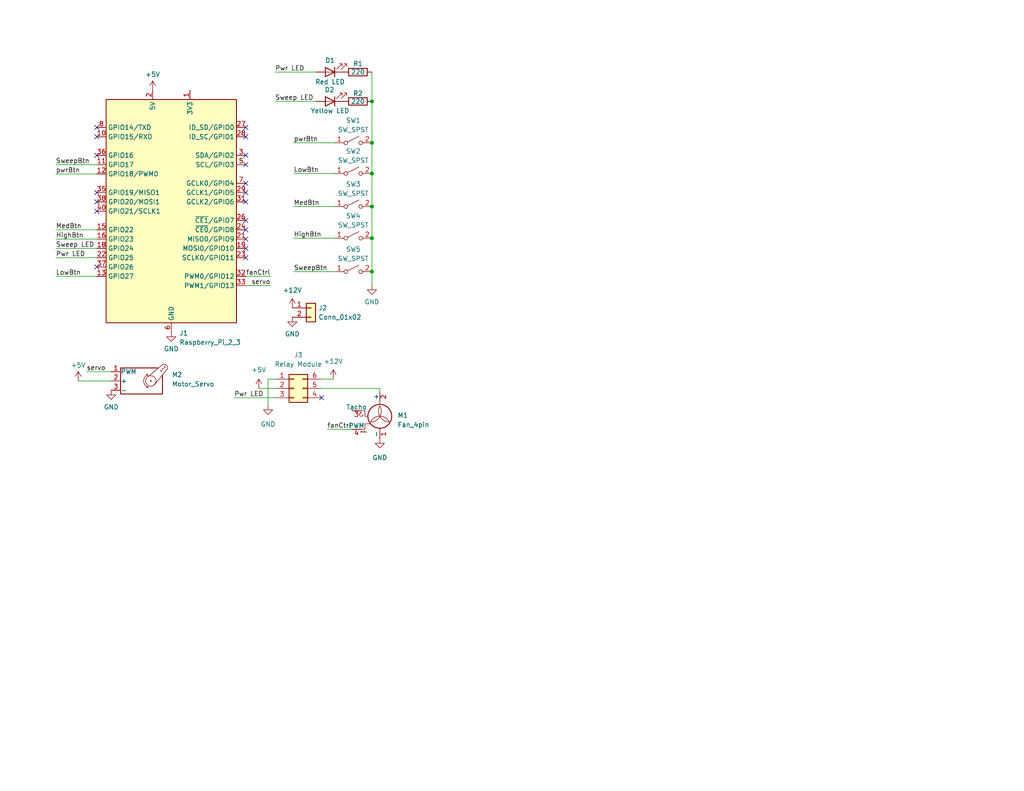
<source format=kicad_sch>
(kicad_sch (version 20230121) (generator eeschema)

  (uuid 05cf2729-d2d9-4b38-a5ad-12c8881494d0)

  (paper "USLetter")

  (title_block
    (date "2025-05-02")
  )

  (lib_symbols
    (symbol "Connector:Raspberry_Pi_2_3" (in_bom yes) (on_board yes)
      (property "Reference" "J" (at -17.78 31.75 0)
        (effects (font (size 1.27 1.27)) (justify left bottom))
      )
      (property "Value" "Raspberry_Pi_2_3" (at 10.16 -31.75 0)
        (effects (font (size 1.27 1.27)) (justify left top))
      )
      (property "Footprint" "" (at 0 0 0)
        (effects (font (size 1.27 1.27)) hide)
      )
      (property "Datasheet" "https://www.raspberrypi.org/documentation/hardware/raspberrypi/schematics/rpi_SCH_3bplus_1p0_reduced.pdf" (at 60.96 -44.45 0)
        (effects (font (size 1.27 1.27)) hide)
      )
      (property "ki_keywords" "raspberrypi gpio" (at 0 0 0)
        (effects (font (size 1.27 1.27)) hide)
      )
      (property "ki_description" "expansion header for Raspberry Pi 2 & 3" (at 0 0 0)
        (effects (font (size 1.27 1.27)) hide)
      )
      (property "ki_fp_filters" "PinHeader*2x20*P2.54mm*Vertical* PinSocket*2x20*P2.54mm*Vertical*" (at 0 0 0)
        (effects (font (size 1.27 1.27)) hide)
      )
      (symbol "Raspberry_Pi_2_3_0_1"
        (rectangle (start -17.78 30.48) (end 17.78 -30.48)
          (stroke (width 0.254) (type default))
          (fill (type background))
        )
      )
      (symbol "Raspberry_Pi_2_3_1_1"
        (pin power_in line (at 5.08 33.02 270) (length 2.54)
          (name "3V3" (effects (font (size 1.27 1.27))))
          (number "1" (effects (font (size 1.27 1.27))))
        )
        (pin bidirectional line (at -20.32 20.32 0) (length 2.54)
          (name "GPIO15/RXD" (effects (font (size 1.27 1.27))))
          (number "10" (effects (font (size 1.27 1.27))))
        )
        (pin bidirectional line (at -20.32 12.7 0) (length 2.54)
          (name "GPIO17" (effects (font (size 1.27 1.27))))
          (number "11" (effects (font (size 1.27 1.27))))
        )
        (pin bidirectional line (at -20.32 10.16 0) (length 2.54)
          (name "GPIO18/PWM0" (effects (font (size 1.27 1.27))))
          (number "12" (effects (font (size 1.27 1.27))))
        )
        (pin bidirectional line (at -20.32 -17.78 0) (length 2.54)
          (name "GPIO27" (effects (font (size 1.27 1.27))))
          (number "13" (effects (font (size 1.27 1.27))))
        )
        (pin passive line (at 0 -33.02 90) (length 2.54) hide
          (name "GND" (effects (font (size 1.27 1.27))))
          (number "14" (effects (font (size 1.27 1.27))))
        )
        (pin bidirectional line (at -20.32 -5.08 0) (length 2.54)
          (name "GPIO22" (effects (font (size 1.27 1.27))))
          (number "15" (effects (font (size 1.27 1.27))))
        )
        (pin bidirectional line (at -20.32 -7.62 0) (length 2.54)
          (name "GPIO23" (effects (font (size 1.27 1.27))))
          (number "16" (effects (font (size 1.27 1.27))))
        )
        (pin passive line (at 5.08 33.02 270) (length 2.54) hide
          (name "3V3" (effects (font (size 1.27 1.27))))
          (number "17" (effects (font (size 1.27 1.27))))
        )
        (pin bidirectional line (at -20.32 -10.16 0) (length 2.54)
          (name "GPIO24" (effects (font (size 1.27 1.27))))
          (number "18" (effects (font (size 1.27 1.27))))
        )
        (pin bidirectional line (at 20.32 -10.16 180) (length 2.54)
          (name "MOSI0/GPIO10" (effects (font (size 1.27 1.27))))
          (number "19" (effects (font (size 1.27 1.27))))
        )
        (pin power_in line (at -5.08 33.02 270) (length 2.54)
          (name "5V" (effects (font (size 1.27 1.27))))
          (number "2" (effects (font (size 1.27 1.27))))
        )
        (pin passive line (at 0 -33.02 90) (length 2.54) hide
          (name "GND" (effects (font (size 1.27 1.27))))
          (number "20" (effects (font (size 1.27 1.27))))
        )
        (pin bidirectional line (at 20.32 -7.62 180) (length 2.54)
          (name "MISO0/GPIO9" (effects (font (size 1.27 1.27))))
          (number "21" (effects (font (size 1.27 1.27))))
        )
        (pin bidirectional line (at -20.32 -12.7 0) (length 2.54)
          (name "GPIO25" (effects (font (size 1.27 1.27))))
          (number "22" (effects (font (size 1.27 1.27))))
        )
        (pin bidirectional line (at 20.32 -12.7 180) (length 2.54)
          (name "SCLK0/GPIO11" (effects (font (size 1.27 1.27))))
          (number "23" (effects (font (size 1.27 1.27))))
        )
        (pin bidirectional line (at 20.32 -5.08 180) (length 2.54)
          (name "~{CE0}/GPIO8" (effects (font (size 1.27 1.27))))
          (number "24" (effects (font (size 1.27 1.27))))
        )
        (pin passive line (at 0 -33.02 90) (length 2.54) hide
          (name "GND" (effects (font (size 1.27 1.27))))
          (number "25" (effects (font (size 1.27 1.27))))
        )
        (pin bidirectional line (at 20.32 -2.54 180) (length 2.54)
          (name "~{CE1}/GPIO7" (effects (font (size 1.27 1.27))))
          (number "26" (effects (font (size 1.27 1.27))))
        )
        (pin bidirectional line (at 20.32 22.86 180) (length 2.54)
          (name "ID_SD/GPIO0" (effects (font (size 1.27 1.27))))
          (number "27" (effects (font (size 1.27 1.27))))
        )
        (pin bidirectional line (at 20.32 20.32 180) (length 2.54)
          (name "ID_SC/GPIO1" (effects (font (size 1.27 1.27))))
          (number "28" (effects (font (size 1.27 1.27))))
        )
        (pin bidirectional line (at 20.32 5.08 180) (length 2.54)
          (name "GCLK1/GPIO5" (effects (font (size 1.27 1.27))))
          (number "29" (effects (font (size 1.27 1.27))))
        )
        (pin bidirectional line (at 20.32 15.24 180) (length 2.54)
          (name "SDA/GPIO2" (effects (font (size 1.27 1.27))))
          (number "3" (effects (font (size 1.27 1.27))))
        )
        (pin passive line (at 0 -33.02 90) (length 2.54) hide
          (name "GND" (effects (font (size 1.27 1.27))))
          (number "30" (effects (font (size 1.27 1.27))))
        )
        (pin bidirectional line (at 20.32 2.54 180) (length 2.54)
          (name "GCLK2/GPIO6" (effects (font (size 1.27 1.27))))
          (number "31" (effects (font (size 1.27 1.27))))
        )
        (pin bidirectional line (at 20.32 -17.78 180) (length 2.54)
          (name "PWM0/GPIO12" (effects (font (size 1.27 1.27))))
          (number "32" (effects (font (size 1.27 1.27))))
        )
        (pin bidirectional line (at 20.32 -20.32 180) (length 2.54)
          (name "PWM1/GPIO13" (effects (font (size 1.27 1.27))))
          (number "33" (effects (font (size 1.27 1.27))))
        )
        (pin passive line (at 0 -33.02 90) (length 2.54) hide
          (name "GND" (effects (font (size 1.27 1.27))))
          (number "34" (effects (font (size 1.27 1.27))))
        )
        (pin bidirectional line (at -20.32 5.08 0) (length 2.54)
          (name "GPIO19/MISO1" (effects (font (size 1.27 1.27))))
          (number "35" (effects (font (size 1.27 1.27))))
        )
        (pin bidirectional line (at -20.32 15.24 0) (length 2.54)
          (name "GPIO16" (effects (font (size 1.27 1.27))))
          (number "36" (effects (font (size 1.27 1.27))))
        )
        (pin bidirectional line (at -20.32 -15.24 0) (length 2.54)
          (name "GPIO26" (effects (font (size 1.27 1.27))))
          (number "37" (effects (font (size 1.27 1.27))))
        )
        (pin bidirectional line (at -20.32 2.54 0) (length 2.54)
          (name "GPIO20/MOSI1" (effects (font (size 1.27 1.27))))
          (number "38" (effects (font (size 1.27 1.27))))
        )
        (pin passive line (at 0 -33.02 90) (length 2.54) hide
          (name "GND" (effects (font (size 1.27 1.27))))
          (number "39" (effects (font (size 1.27 1.27))))
        )
        (pin passive line (at -5.08 33.02 270) (length 2.54) hide
          (name "5V" (effects (font (size 1.27 1.27))))
          (number "4" (effects (font (size 1.27 1.27))))
        )
        (pin bidirectional line (at -20.32 0 0) (length 2.54)
          (name "GPIO21/SCLK1" (effects (font (size 1.27 1.27))))
          (number "40" (effects (font (size 1.27 1.27))))
        )
        (pin bidirectional line (at 20.32 12.7 180) (length 2.54)
          (name "SCL/GPIO3" (effects (font (size 1.27 1.27))))
          (number "5" (effects (font (size 1.27 1.27))))
        )
        (pin power_in line (at 0 -33.02 90) (length 2.54)
          (name "GND" (effects (font (size 1.27 1.27))))
          (number "6" (effects (font (size 1.27 1.27))))
        )
        (pin bidirectional line (at 20.32 7.62 180) (length 2.54)
          (name "GCLK0/GPIO4" (effects (font (size 1.27 1.27))))
          (number "7" (effects (font (size 1.27 1.27))))
        )
        (pin bidirectional line (at -20.32 22.86 0) (length 2.54)
          (name "GPIO14/TXD" (effects (font (size 1.27 1.27))))
          (number "8" (effects (font (size 1.27 1.27))))
        )
        (pin passive line (at 0 -33.02 90) (length 2.54) hide
          (name "GND" (effects (font (size 1.27 1.27))))
          (number "9" (effects (font (size 1.27 1.27))))
        )
      )
    )
    (symbol "Connector_Generic:Conn_01x02" (pin_names (offset 1.016) hide) (in_bom yes) (on_board yes)
      (property "Reference" "J" (at 0 2.54 0)
        (effects (font (size 1.27 1.27)))
      )
      (property "Value" "Conn_01x02" (at 0 -5.08 0)
        (effects (font (size 1.27 1.27)))
      )
      (property "Footprint" "" (at 0 0 0)
        (effects (font (size 1.27 1.27)) hide)
      )
      (property "Datasheet" "~" (at 0 0 0)
        (effects (font (size 1.27 1.27)) hide)
      )
      (property "ki_keywords" "connector" (at 0 0 0)
        (effects (font (size 1.27 1.27)) hide)
      )
      (property "ki_description" "Generic connector, single row, 01x02, script generated (kicad-library-utils/schlib/autogen/connector/)" (at 0 0 0)
        (effects (font (size 1.27 1.27)) hide)
      )
      (property "ki_fp_filters" "Connector*:*_1x??_*" (at 0 0 0)
        (effects (font (size 1.27 1.27)) hide)
      )
      (symbol "Conn_01x02_1_1"
        (rectangle (start -1.27 -2.413) (end 0 -2.667)
          (stroke (width 0.1524) (type default))
          (fill (type none))
        )
        (rectangle (start -1.27 0.127) (end 0 -0.127)
          (stroke (width 0.1524) (type default))
          (fill (type none))
        )
        (rectangle (start -1.27 1.27) (end 1.27 -3.81)
          (stroke (width 0.254) (type default))
          (fill (type background))
        )
        (pin passive line (at -5.08 0 0) (length 3.81)
          (name "Pin_1" (effects (font (size 1.27 1.27))))
          (number "1" (effects (font (size 1.27 1.27))))
        )
        (pin passive line (at -5.08 -2.54 0) (length 3.81)
          (name "Pin_2" (effects (font (size 1.27 1.27))))
          (number "2" (effects (font (size 1.27 1.27))))
        )
      )
    )
    (symbol "Connector_Generic:Conn_02x03_Counter_Clockwise" (pin_names (offset 1.016) hide) (in_bom yes) (on_board yes)
      (property "Reference" "J" (at 1.27 5.08 0)
        (effects (font (size 1.27 1.27)))
      )
      (property "Value" "Conn_02x03_Counter_Clockwise" (at 1.27 -5.08 0)
        (effects (font (size 1.27 1.27)))
      )
      (property "Footprint" "" (at 0 0 0)
        (effects (font (size 1.27 1.27)) hide)
      )
      (property "Datasheet" "~" (at 0 0 0)
        (effects (font (size 1.27 1.27)) hide)
      )
      (property "ki_keywords" "connector" (at 0 0 0)
        (effects (font (size 1.27 1.27)) hide)
      )
      (property "ki_description" "Generic connector, double row, 02x03, counter clockwise pin numbering scheme (similar to DIP package numbering), script generated (kicad-library-utils/schlib/autogen/connector/)" (at 0 0 0)
        (effects (font (size 1.27 1.27)) hide)
      )
      (property "ki_fp_filters" "Connector*:*_2x??_*" (at 0 0 0)
        (effects (font (size 1.27 1.27)) hide)
      )
      (symbol "Conn_02x03_Counter_Clockwise_1_1"
        (rectangle (start -1.27 -2.413) (end 0 -2.667)
          (stroke (width 0.1524) (type default))
          (fill (type none))
        )
        (rectangle (start -1.27 0.127) (end 0 -0.127)
          (stroke (width 0.1524) (type default))
          (fill (type none))
        )
        (rectangle (start -1.27 2.667) (end 0 2.413)
          (stroke (width 0.1524) (type default))
          (fill (type none))
        )
        (rectangle (start -1.27 3.81) (end 3.81 -3.81)
          (stroke (width 0.254) (type default))
          (fill (type background))
        )
        (rectangle (start 3.81 -2.413) (end 2.54 -2.667)
          (stroke (width 0.1524) (type default))
          (fill (type none))
        )
        (rectangle (start 3.81 0.127) (end 2.54 -0.127)
          (stroke (width 0.1524) (type default))
          (fill (type none))
        )
        (rectangle (start 3.81 2.667) (end 2.54 2.413)
          (stroke (width 0.1524) (type default))
          (fill (type none))
        )
        (pin passive line (at -5.08 2.54 0) (length 3.81)
          (name "Pin_1" (effects (font (size 1.27 1.27))))
          (number "1" (effects (font (size 1.27 1.27))))
        )
        (pin passive line (at -5.08 0 0) (length 3.81)
          (name "Pin_2" (effects (font (size 1.27 1.27))))
          (number "2" (effects (font (size 1.27 1.27))))
        )
        (pin passive line (at -5.08 -2.54 0) (length 3.81)
          (name "Pin_3" (effects (font (size 1.27 1.27))))
          (number "3" (effects (font (size 1.27 1.27))))
        )
        (pin passive line (at 7.62 -2.54 180) (length 3.81)
          (name "Pin_4" (effects (font (size 1.27 1.27))))
          (number "4" (effects (font (size 1.27 1.27))))
        )
        (pin passive line (at 7.62 0 180) (length 3.81)
          (name "Pin_5" (effects (font (size 1.27 1.27))))
          (number "5" (effects (font (size 1.27 1.27))))
        )
        (pin passive line (at 7.62 2.54 180) (length 3.81)
          (name "Pin_6" (effects (font (size 1.27 1.27))))
          (number "6" (effects (font (size 1.27 1.27))))
        )
      )
    )
    (symbol "Device:LED" (pin_numbers hide) (pin_names (offset 1.016) hide) (in_bom yes) (on_board yes)
      (property "Reference" "D" (at 0 2.54 0)
        (effects (font (size 1.27 1.27)))
      )
      (property "Value" "LED" (at 0 -2.54 0)
        (effects (font (size 1.27 1.27)))
      )
      (property "Footprint" "" (at 0 0 0)
        (effects (font (size 1.27 1.27)) hide)
      )
      (property "Datasheet" "~" (at 0 0 0)
        (effects (font (size 1.27 1.27)) hide)
      )
      (property "ki_keywords" "LED diode" (at 0 0 0)
        (effects (font (size 1.27 1.27)) hide)
      )
      (property "ki_description" "Light emitting diode" (at 0 0 0)
        (effects (font (size 1.27 1.27)) hide)
      )
      (property "ki_fp_filters" "LED* LED_SMD:* LED_THT:*" (at 0 0 0)
        (effects (font (size 1.27 1.27)) hide)
      )
      (symbol "LED_0_1"
        (polyline
          (pts
            (xy -1.27 -1.27)
            (xy -1.27 1.27)
          )
          (stroke (width 0.254) (type default))
          (fill (type none))
        )
        (polyline
          (pts
            (xy -1.27 0)
            (xy 1.27 0)
          )
          (stroke (width 0) (type default))
          (fill (type none))
        )
        (polyline
          (pts
            (xy 1.27 -1.27)
            (xy 1.27 1.27)
            (xy -1.27 0)
            (xy 1.27 -1.27)
          )
          (stroke (width 0.254) (type default))
          (fill (type none))
        )
        (polyline
          (pts
            (xy -3.048 -0.762)
            (xy -4.572 -2.286)
            (xy -3.81 -2.286)
            (xy -4.572 -2.286)
            (xy -4.572 -1.524)
          )
          (stroke (width 0) (type default))
          (fill (type none))
        )
        (polyline
          (pts
            (xy -1.778 -0.762)
            (xy -3.302 -2.286)
            (xy -2.54 -2.286)
            (xy -3.302 -2.286)
            (xy -3.302 -1.524)
          )
          (stroke (width 0) (type default))
          (fill (type none))
        )
      )
      (symbol "LED_1_1"
        (pin passive line (at -3.81 0 0) (length 2.54)
          (name "K" (effects (font (size 1.27 1.27))))
          (number "1" (effects (font (size 1.27 1.27))))
        )
        (pin passive line (at 3.81 0 180) (length 2.54)
          (name "A" (effects (font (size 1.27 1.27))))
          (number "2" (effects (font (size 1.27 1.27))))
        )
      )
    )
    (symbol "Device:R" (pin_numbers hide) (pin_names (offset 0)) (in_bom yes) (on_board yes)
      (property "Reference" "R" (at 2.032 0 90)
        (effects (font (size 1.27 1.27)))
      )
      (property "Value" "R" (at 0 0 90)
        (effects (font (size 1.27 1.27)))
      )
      (property "Footprint" "" (at -1.778 0 90)
        (effects (font (size 1.27 1.27)) hide)
      )
      (property "Datasheet" "~" (at 0 0 0)
        (effects (font (size 1.27 1.27)) hide)
      )
      (property "ki_keywords" "R res resistor" (at 0 0 0)
        (effects (font (size 1.27 1.27)) hide)
      )
      (property "ki_description" "Resistor" (at 0 0 0)
        (effects (font (size 1.27 1.27)) hide)
      )
      (property "ki_fp_filters" "R_*" (at 0 0 0)
        (effects (font (size 1.27 1.27)) hide)
      )
      (symbol "R_0_1"
        (rectangle (start -1.016 -2.54) (end 1.016 2.54)
          (stroke (width 0.254) (type default))
          (fill (type none))
        )
      )
      (symbol "R_1_1"
        (pin passive line (at 0 3.81 270) (length 1.27)
          (name "~" (effects (font (size 1.27 1.27))))
          (number "1" (effects (font (size 1.27 1.27))))
        )
        (pin passive line (at 0 -3.81 90) (length 1.27)
          (name "~" (effects (font (size 1.27 1.27))))
          (number "2" (effects (font (size 1.27 1.27))))
        )
      )
    )
    (symbol "Motor:Fan_4pin" (pin_names (offset 0)) (in_bom yes) (on_board yes)
      (property "Reference" "M" (at 2.54 5.08 0)
        (effects (font (size 1.27 1.27)) (justify left))
      )
      (property "Value" "Fan_4pin" (at 2.54 -2.54 0)
        (effects (font (size 1.27 1.27)) (justify left top))
      )
      (property "Footprint" "" (at 0 0.254 0)
        (effects (font (size 1.27 1.27)) hide)
      )
      (property "Datasheet" "http://www.formfactors.org/developer%5Cspecs%5Crev1_2_public.pdf" (at 0 0.254 0)
        (effects (font (size 1.27 1.27)) hide)
      )
      (property "ki_keywords" "Fan Motor tacho PWM" (at 0 0 0)
        (effects (font (size 1.27 1.27)) hide)
      )
      (property "ki_description" "Fan, tacho output, PWM input, 4-pin connector" (at 0 0 0)
        (effects (font (size 1.27 1.27)) hide)
      )
      (property "ki_fp_filters" "FanPinHeader*P2.54mm*Vertical* PinHeader*P2.54mm*Vertical* TerminalBlock*" (at 0 0 0)
        (effects (font (size 1.27 1.27)) hide)
      )
      (symbol "Fan_4pin_0_0"
        (arc (start -5.588 1.524) (mid -5.08 1.0182) (end -4.572 1.524)
          (stroke (width 0) (type default))
          (fill (type none))
        )
        (arc (start -5.08 2.032) (mid -5.4392 1.8832) (end -5.588 1.524)
          (stroke (width 0) (type default))
          (fill (type none))
        )
        (polyline
          (pts
            (xy -5.08 2.032)
            (xy -5.334 2.159)
          )
          (stroke (width 0) (type default))
          (fill (type none))
        )
        (polyline
          (pts
            (xy -5.08 2.032)
            (xy -5.207 1.778)
          )
          (stroke (width 0) (type default))
          (fill (type none))
        )
        (polyline
          (pts
            (xy -4.064 2.54)
            (xy -4.064 1.016)
            (xy -3.302 1.016)
          )
          (stroke (width 0) (type default))
          (fill (type none))
        )
      )
      (symbol "Fan_4pin_0_1"
        (arc (start -2.54 -0.508) (mid 0.0028 0.9121) (end 0 3.81)
          (stroke (width 0) (type default))
          (fill (type none))
        )
        (polyline
          (pts
            (xy -4.064 2.54)
            (xy -5.08 2.54)
          )
          (stroke (width 0) (type default))
          (fill (type none))
        )
        (polyline
          (pts
            (xy 0 -5.08)
            (xy 0 -4.572)
          )
          (stroke (width 0) (type default))
          (fill (type none))
        )
        (polyline
          (pts
            (xy 0 -2.2352)
            (xy 0 -2.6416)
          )
          (stroke (width 0) (type default))
          (fill (type none))
        )
        (polyline
          (pts
            (xy 0 4.2672)
            (xy 0 4.6228)
          )
          (stroke (width 0) (type default))
          (fill (type none))
        )
        (polyline
          (pts
            (xy 0 4.572)
            (xy 0 5.08)
          )
          (stroke (width 0) (type default))
          (fill (type none))
        )
        (polyline
          (pts
            (xy -2.54 -1.016)
            (xy -4.064 -1.016)
            (xy -4.064 -2.54)
            (xy -5.08 -2.54)
          )
          (stroke (width 0) (type default))
          (fill (type none))
        )
        (polyline
          (pts
            (xy -5.334 -3.302)
            (xy -5.08 -3.302)
            (xy -5.08 -3.048)
            (xy -4.826 -3.048)
            (xy -4.826 -3.302)
            (xy -4.318 -3.302)
            (xy -4.318 -3.048)
            (xy -4.064 -3.048)
            (xy -4.064 -3.302)
            (xy -3.556 -3.302)
          )
          (stroke (width 0) (type default))
          (fill (type none))
        )
        (circle (center 0 1.016) (radius 3.2512)
          (stroke (width 0.254) (type default))
          (fill (type none))
        )
        (arc (start 0 3.81) (mid 0.053 0.921) (end 2.54 -0.508)
          (stroke (width 0) (type default))
          (fill (type none))
        )
        (arc (start 2.54 -0.508) (mid 0 1.0618) (end -2.54 -0.508)
          (stroke (width 0) (type default))
          (fill (type none))
        )
      )
      (symbol "Fan_4pin_1_1"
        (pin passive line (at 0 -5.08 90) (length 2.54)
          (name "-" (effects (font (size 1.27 1.27))))
          (number "1" (effects (font (size 1.27 1.27))))
        )
        (pin passive line (at 0 7.62 270) (length 2.54)
          (name "+" (effects (font (size 1.27 1.27))))
          (number "2" (effects (font (size 1.27 1.27))))
        )
        (pin passive line (at -7.62 2.54 0) (length 2.54)
          (name "Tacho" (effects (font (size 1.27 1.27))))
          (number "3" (effects (font (size 1.27 1.27))))
        )
        (pin input line (at -7.62 -2.54 0) (length 2.54)
          (name "PWM" (effects (font (size 1.27 1.27))))
          (number "4" (effects (font (size 1.27 1.27))))
        )
      )
    )
    (symbol "Motor:Motor_Servo" (pin_names (offset 0.0254)) (in_bom yes) (on_board yes)
      (property "Reference" "M" (at -5.08 4.445 0)
        (effects (font (size 1.27 1.27)) (justify left))
      )
      (property "Value" "Motor_Servo" (at -5.08 -4.064 0)
        (effects (font (size 1.27 1.27)) (justify left top))
      )
      (property "Footprint" "" (at 0 -4.826 0)
        (effects (font (size 1.27 1.27)) hide)
      )
      (property "Datasheet" "http://forums.parallax.com/uploads/attachments/46831/74481.png" (at 0 -4.826 0)
        (effects (font (size 1.27 1.27)) hide)
      )
      (property "ki_keywords" "Servo Motor" (at 0 0 0)
        (effects (font (size 1.27 1.27)) hide)
      )
      (property "ki_description" "Servo Motor (Futaba, HiTec, JR connector)" (at 0 0 0)
        (effects (font (size 1.27 1.27)) hide)
      )
      (property "ki_fp_filters" "PinHeader*P2.54mm*" (at 0 0 0)
        (effects (font (size 1.27 1.27)) hide)
      )
      (symbol "Motor_Servo_0_1"
        (polyline
          (pts
            (xy 2.413 -1.778)
            (xy 2.032 -1.778)
          )
          (stroke (width 0) (type default))
          (fill (type none))
        )
        (polyline
          (pts
            (xy 2.413 -1.778)
            (xy 2.286 -1.397)
          )
          (stroke (width 0) (type default))
          (fill (type none))
        )
        (polyline
          (pts
            (xy 2.413 1.778)
            (xy 1.905 1.778)
          )
          (stroke (width 0) (type default))
          (fill (type none))
        )
        (polyline
          (pts
            (xy 2.413 1.778)
            (xy 2.286 1.397)
          )
          (stroke (width 0) (type default))
          (fill (type none))
        )
        (polyline
          (pts
            (xy 6.35 4.445)
            (xy 2.54 1.27)
          )
          (stroke (width 0) (type default))
          (fill (type none))
        )
        (polyline
          (pts
            (xy 7.62 3.175)
            (xy 4.191 -1.016)
          )
          (stroke (width 0) (type default))
          (fill (type none))
        )
        (polyline
          (pts
            (xy 5.08 3.556)
            (xy -5.08 3.556)
            (xy -5.08 -3.556)
            (xy 6.35 -3.556)
            (xy 6.35 1.524)
          )
          (stroke (width 0.254) (type default))
          (fill (type none))
        )
        (arc (start 2.413 1.778) (mid 1.2406 0) (end 2.413 -1.778)
          (stroke (width 0) (type default))
          (fill (type none))
        )
        (circle (center 3.175 0) (radius 0.1778)
          (stroke (width 0) (type default))
          (fill (type none))
        )
        (circle (center 3.175 0) (radius 1.4224)
          (stroke (width 0) (type default))
          (fill (type none))
        )
        (circle (center 5.969 2.794) (radius 0.127)
          (stroke (width 0) (type default))
          (fill (type none))
        )
        (circle (center 6.477 3.302) (radius 0.127)
          (stroke (width 0) (type default))
          (fill (type none))
        )
        (circle (center 6.985 3.81) (radius 0.127)
          (stroke (width 0) (type default))
          (fill (type none))
        )
        (arc (start 7.62 3.175) (mid 7.4485 4.2735) (end 6.35 4.445)
          (stroke (width 0) (type default))
          (fill (type none))
        )
      )
      (symbol "Motor_Servo_1_1"
        (pin passive line (at -7.62 2.54 0) (length 2.54)
          (name "PWM" (effects (font (size 1.27 1.27))))
          (number "1" (effects (font (size 1.27 1.27))))
        )
        (pin passive line (at -7.62 0 0) (length 2.54)
          (name "+" (effects (font (size 1.27 1.27))))
          (number "2" (effects (font (size 1.27 1.27))))
        )
        (pin passive line (at -7.62 -2.54 0) (length 2.54)
          (name "-" (effects (font (size 1.27 1.27))))
          (number "3" (effects (font (size 1.27 1.27))))
        )
      )
    )
    (symbol "Switch:SW_SPST" (pin_names (offset 0) hide) (in_bom yes) (on_board yes)
      (property "Reference" "SW" (at 0 3.175 0)
        (effects (font (size 1.27 1.27)))
      )
      (property "Value" "SW_SPST" (at 0 -2.54 0)
        (effects (font (size 1.27 1.27)))
      )
      (property "Footprint" "" (at 0 0 0)
        (effects (font (size 1.27 1.27)) hide)
      )
      (property "Datasheet" "~" (at 0 0 0)
        (effects (font (size 1.27 1.27)) hide)
      )
      (property "ki_keywords" "switch lever" (at 0 0 0)
        (effects (font (size 1.27 1.27)) hide)
      )
      (property "ki_description" "Single Pole Single Throw (SPST) switch" (at 0 0 0)
        (effects (font (size 1.27 1.27)) hide)
      )
      (symbol "SW_SPST_0_0"
        (circle (center -2.032 0) (radius 0.508)
          (stroke (width 0) (type default))
          (fill (type none))
        )
        (polyline
          (pts
            (xy -1.524 0.254)
            (xy 1.524 1.778)
          )
          (stroke (width 0) (type default))
          (fill (type none))
        )
        (circle (center 2.032 0) (radius 0.508)
          (stroke (width 0) (type default))
          (fill (type none))
        )
      )
      (symbol "SW_SPST_1_1"
        (pin passive line (at -5.08 0 0) (length 2.54)
          (name "A" (effects (font (size 1.27 1.27))))
          (number "1" (effects (font (size 1.27 1.27))))
        )
        (pin passive line (at 5.08 0 180) (length 2.54)
          (name "B" (effects (font (size 1.27 1.27))))
          (number "2" (effects (font (size 1.27 1.27))))
        )
      )
    )
    (symbol "power:+12V" (power) (pin_names (offset 0)) (in_bom yes) (on_board yes)
      (property "Reference" "#PWR" (at 0 -3.81 0)
        (effects (font (size 1.27 1.27)) hide)
      )
      (property "Value" "+12V" (at 0 3.556 0)
        (effects (font (size 1.27 1.27)))
      )
      (property "Footprint" "" (at 0 0 0)
        (effects (font (size 1.27 1.27)) hide)
      )
      (property "Datasheet" "" (at 0 0 0)
        (effects (font (size 1.27 1.27)) hide)
      )
      (property "ki_keywords" "global power" (at 0 0 0)
        (effects (font (size 1.27 1.27)) hide)
      )
      (property "ki_description" "Power symbol creates a global label with name \"+12V\"" (at 0 0 0)
        (effects (font (size 1.27 1.27)) hide)
      )
      (symbol "+12V_0_1"
        (polyline
          (pts
            (xy -0.762 1.27)
            (xy 0 2.54)
          )
          (stroke (width 0) (type default))
          (fill (type none))
        )
        (polyline
          (pts
            (xy 0 0)
            (xy 0 2.54)
          )
          (stroke (width 0) (type default))
          (fill (type none))
        )
        (polyline
          (pts
            (xy 0 2.54)
            (xy 0.762 1.27)
          )
          (stroke (width 0) (type default))
          (fill (type none))
        )
      )
      (symbol "+12V_1_1"
        (pin power_in line (at 0 0 90) (length 0) hide
          (name "+12V" (effects (font (size 1.27 1.27))))
          (number "1" (effects (font (size 1.27 1.27))))
        )
      )
    )
    (symbol "power:+5V" (power) (pin_names (offset 0)) (in_bom yes) (on_board yes)
      (property "Reference" "#PWR" (at 0 -3.81 0)
        (effects (font (size 1.27 1.27)) hide)
      )
      (property "Value" "+5V" (at 0 3.556 0)
        (effects (font (size 1.27 1.27)))
      )
      (property "Footprint" "" (at 0 0 0)
        (effects (font (size 1.27 1.27)) hide)
      )
      (property "Datasheet" "" (at 0 0 0)
        (effects (font (size 1.27 1.27)) hide)
      )
      (property "ki_keywords" "global power" (at 0 0 0)
        (effects (font (size 1.27 1.27)) hide)
      )
      (property "ki_description" "Power symbol creates a global label with name \"+5V\"" (at 0 0 0)
        (effects (font (size 1.27 1.27)) hide)
      )
      (symbol "+5V_0_1"
        (polyline
          (pts
            (xy -0.762 1.27)
            (xy 0 2.54)
          )
          (stroke (width 0) (type default))
          (fill (type none))
        )
        (polyline
          (pts
            (xy 0 0)
            (xy 0 2.54)
          )
          (stroke (width 0) (type default))
          (fill (type none))
        )
        (polyline
          (pts
            (xy 0 2.54)
            (xy 0.762 1.27)
          )
          (stroke (width 0) (type default))
          (fill (type none))
        )
      )
      (symbol "+5V_1_1"
        (pin power_in line (at 0 0 90) (length 0) hide
          (name "+5V" (effects (font (size 1.27 1.27))))
          (number "1" (effects (font (size 1.27 1.27))))
        )
      )
    )
    (symbol "power:GND" (power) (pin_names (offset 0)) (in_bom yes) (on_board yes)
      (property "Reference" "#PWR" (at 0 -6.35 0)
        (effects (font (size 1.27 1.27)) hide)
      )
      (property "Value" "GND" (at 0 -3.81 0)
        (effects (font (size 1.27 1.27)))
      )
      (property "Footprint" "" (at 0 0 0)
        (effects (font (size 1.27 1.27)) hide)
      )
      (property "Datasheet" "" (at 0 0 0)
        (effects (font (size 1.27 1.27)) hide)
      )
      (property "ki_keywords" "global power" (at 0 0 0)
        (effects (font (size 1.27 1.27)) hide)
      )
      (property "ki_description" "Power symbol creates a global label with name \"GND\" , ground" (at 0 0 0)
        (effects (font (size 1.27 1.27)) hide)
      )
      (symbol "GND_0_1"
        (polyline
          (pts
            (xy 0 0)
            (xy 0 -1.27)
            (xy 1.27 -1.27)
            (xy 0 -2.54)
            (xy -1.27 -1.27)
            (xy 0 -1.27)
          )
          (stroke (width 0) (type default))
          (fill (type none))
        )
      )
      (symbol "GND_1_1"
        (pin power_in line (at 0 0 270) (length 0) hide
          (name "GND" (effects (font (size 1.27 1.27))))
          (number "1" (effects (font (size 1.27 1.27))))
        )
      )
    )
  )

  (junction (at 101.473 47.371) (diameter 0) (color 0 0 0 0)
    (uuid 188aa668-595f-4cf7-ab01-1f4744573a48)
  )
  (junction (at 101.473 27.686) (diameter 0) (color 0 0 0 0)
    (uuid 817d7e83-f2ff-45a9-93fc-b82fc5d52b4f)
  )
  (junction (at 101.473 74.168) (diameter 0) (color 0 0 0 0)
    (uuid 8adabe19-1c96-4500-9b98-42a2dae9d0a9)
  )
  (junction (at 101.473 65.024) (diameter 0) (color 0 0 0 0)
    (uuid 91274677-41b4-4d83-822c-d4239d54b14e)
  )
  (junction (at 101.473 56.388) (diameter 0) (color 0 0 0 0)
    (uuid 9c484b15-32a9-41d6-91c2-1bce49d43544)
  )
  (junction (at 101.473 38.989) (diameter 0) (color 0 0 0 0)
    (uuid c9303322-ac07-4663-80c8-8ab9d82982f2)
  )

  (no_connect (at 67.056 55.118) (uuid 01477854-76e8-4471-81b3-824871d2482b))
  (no_connect (at 26.416 37.338) (uuid 0497d86c-9ea3-47b6-97db-5bbba726999a))
  (no_connect (at 87.757 108.585) (uuid 177aaaa6-8675-4edc-bbf0-c590c1e522bf))
  (no_connect (at 67.056 50.038) (uuid 17c7ccd3-77bd-4a57-956d-138084e47aa8))
  (no_connect (at 67.056 62.738) (uuid 222d760c-cad2-46e3-b3c8-e4bcc2b44f9d))
  (no_connect (at 67.056 42.418) (uuid 3bea6cc9-6895-47e0-bc9d-e9d89bbeef39))
  (no_connect (at 67.056 44.958) (uuid 4f08b0f6-e9cb-4b36-a0fc-f64992c06466))
  (no_connect (at 67.056 67.818) (uuid 675f6094-2485-48f4-82cb-991635088269))
  (no_connect (at 67.056 37.338) (uuid 70d75db5-9aa2-4818-9c19-758e7e58b2c7))
  (no_connect (at 67.056 52.578) (uuid 742e4c23-71a3-4d1b-a68e-a79781ec42d4))
  (no_connect (at 26.416 34.798) (uuid 805fe032-2a67-4a10-a7ef-8c6a058921ca))
  (no_connect (at 67.056 60.198) (uuid 99e5c682-26d3-46ca-b38a-002262d31b88))
  (no_connect (at 67.056 65.278) (uuid abca22d4-6a20-45c1-ad9e-392a1c3cedc1))
  (no_connect (at 67.056 34.798) (uuid ac8e2169-227c-49fd-a171-fcaddf5b0d71))
  (no_connect (at 67.056 70.358) (uuid ac9c55ad-ea56-4387-b7b3-a28b9d741ae7))
  (no_connect (at 26.416 42.418) (uuid d4a43a0b-3b13-49c6-a760-9e83b4580b02))
  (no_connect (at 26.416 72.898) (uuid d711e909-312a-46ca-a776-e20983774c3b))
  (no_connect (at 26.416 57.658) (uuid e5b1f990-2a57-488a-bd11-4fdb6513a175))
  (no_connect (at 26.416 52.578) (uuid fa7e5f21-3fd5-4d12-b97d-e127c78b684f))
  (no_connect (at 26.416 55.118) (uuid fc23448c-13c6-4753-808c-4cdbf59a04df))

  (wire (pts (xy 75.057 27.686) (xy 86.233 27.686))
    (stroke (width 0) (type default))
    (uuid 045fcd77-b170-4d34-9e62-578b4e8bee4b)
  )
  (wire (pts (xy 101.473 74.168) (xy 101.473 65.024))
    (stroke (width 0) (type default))
    (uuid 0cae3de8-fbd9-4d32-938d-cd3afc2db1d2)
  )
  (wire (pts (xy 80.137 38.989) (xy 91.313 38.989))
    (stroke (width 0) (type default))
    (uuid 17128167-6050-4571-9cf8-42c0af793f8b)
  )
  (wire (pts (xy 80.137 56.388) (xy 91.313 56.388))
    (stroke (width 0) (type default))
    (uuid 184bbb77-b96e-4a84-804d-8049af8b6240)
  )
  (wire (pts (xy 90.932 103.505) (xy 87.757 103.505))
    (stroke (width 0) (type default))
    (uuid 1da4f0f9-5f0a-4d6a-99f0-01741220e03a)
  )
  (wire (pts (xy 73.787 77.978) (xy 67.056 77.978))
    (stroke (width 0) (type default))
    (uuid 24138708-477c-4280-a9d3-3bcbd86caf3b)
  )
  (wire (pts (xy 75.057 103.505) (xy 73.152 103.505))
    (stroke (width 0) (type default))
    (uuid 27000613-4397-428a-b220-4627b1cb3090)
  )
  (wire (pts (xy 103.632 106.045) (xy 103.632 107.061))
    (stroke (width 0) (type default))
    (uuid 31cfde3a-c348-4b38-8bef-9f45c62bba6f)
  )
  (wire (pts (xy 89.281 117.221) (xy 96.012 117.221))
    (stroke (width 0) (type default))
    (uuid 34b335e3-4832-4c04-aeb5-d33bb74894cd)
  )
  (wire (pts (xy 101.473 56.388) (xy 101.473 47.371))
    (stroke (width 0) (type default))
    (uuid 4408d4d8-d179-4321-9e7b-90d724ba4991)
  )
  (wire (pts (xy 15.24 67.818) (xy 26.416 67.818))
    (stroke (width 0) (type default))
    (uuid 52f74063-f183-4708-87ce-218b1b3a5416)
  )
  (wire (pts (xy 80.137 74.168) (xy 91.313 74.168))
    (stroke (width 0) (type default))
    (uuid 5878cbf9-54b1-4760-8927-73974e039dc4)
  )
  (wire (pts (xy 15.24 47.498) (xy 26.416 47.498))
    (stroke (width 0) (type default))
    (uuid 5c0954fe-1fb8-4d00-929d-5a1452878d54)
  )
  (wire (pts (xy 75.057 106.045) (xy 70.612 106.045))
    (stroke (width 0) (type default))
    (uuid 6eb1321f-fac2-449b-b370-d23d312b2f02)
  )
  (wire (pts (xy 75.057 19.685) (xy 86.233 19.685))
    (stroke (width 0) (type default))
    (uuid 7b0ee522-26dc-4f4d-8bd6-61aada2bacba)
  )
  (wire (pts (xy 63.881 108.585) (xy 75.057 108.585))
    (stroke (width 0) (type default))
    (uuid 7fedc65f-46ce-4243-bec2-cacdc72c7841)
  )
  (wire (pts (xy 101.473 27.686) (xy 101.473 38.989))
    (stroke (width 0) (type default))
    (uuid 81abf117-56ce-48f0-9fda-321f15ee0029)
  )
  (wire (pts (xy 101.473 19.685) (xy 101.473 27.686))
    (stroke (width 0) (type default))
    (uuid 84d2b2d9-4bd9-4725-9af3-5a61d73351ac)
  )
  (wire (pts (xy 101.473 77.851) (xy 101.473 74.168))
    (stroke (width 0) (type default))
    (uuid 88db8675-0659-4408-925b-c6efa1e3ba14)
  )
  (wire (pts (xy 23.622 101.473) (xy 30.353 101.473))
    (stroke (width 0) (type default))
    (uuid 89af5fca-1ccd-4411-a6ea-74354b61b590)
  )
  (wire (pts (xy 15.24 65.278) (xy 26.416 65.278))
    (stroke (width 0) (type default))
    (uuid 89eb03cc-72a5-4925-9d60-b89cb2c29765)
  )
  (wire (pts (xy 80.137 47.371) (xy 91.313 47.371))
    (stroke (width 0) (type default))
    (uuid 99c71275-c4a3-465c-bf57-684965968a5b)
  )
  (wire (pts (xy 80.137 65.024) (xy 91.313 65.024))
    (stroke (width 0) (type default))
    (uuid a012373a-26fd-406c-ada6-d8840375834d)
  )
  (wire (pts (xy 15.24 75.438) (xy 26.416 75.438))
    (stroke (width 0) (type default))
    (uuid a0e66df0-13ac-464e-a345-5d7f1d3c7c70)
  )
  (wire (pts (xy 101.473 38.989) (xy 101.473 47.371))
    (stroke (width 0) (type default))
    (uuid c0f9c5e0-3b81-448c-b446-ce8dd77c3c41)
  )
  (wire (pts (xy 101.473 65.024) (xy 101.473 56.388))
    (stroke (width 0) (type default))
    (uuid c5401ce1-3c00-4cc5-99f0-c37a2ac15865)
  )
  (wire (pts (xy 73.787 75.438) (xy 67.056 75.438))
    (stroke (width 0) (type default))
    (uuid d2e33560-90fe-4273-9672-7079ef15c509)
  )
  (wire (pts (xy 15.24 44.958) (xy 26.416 44.958))
    (stroke (width 0) (type default))
    (uuid d3cfb5e9-007a-465f-a369-c482b5c81d88)
  )
  (wire (pts (xy 15.24 70.358) (xy 26.416 70.358))
    (stroke (width 0) (type default))
    (uuid ec6ca87c-9c36-40a5-99cb-de6d988be2e4)
  )
  (wire (pts (xy 21.336 104.013) (xy 30.353 104.013))
    (stroke (width 0) (type default))
    (uuid f0221df2-b98d-4df7-a1bb-9e94c4f4a732)
  )
  (wire (pts (xy 73.152 103.505) (xy 73.152 110.617))
    (stroke (width 0) (type default))
    (uuid f459fd77-51f9-49b8-b48e-1f1104820ce0)
  )
  (wire (pts (xy 15.24 62.738) (xy 26.416 62.738))
    (stroke (width 0) (type default))
    (uuid f87babd4-6cca-4e12-9700-6bca6968f5c5)
  )
  (wire (pts (xy 87.757 106.045) (xy 103.632 106.045))
    (stroke (width 0) (type default))
    (uuid fc2ef1de-ae33-42eb-9b00-c124adecf3af)
  )

  (label "Sweep LED" (at 75.057 27.686 0) (fields_autoplaced)
    (effects (font (size 1.27 1.27)) (justify left bottom))
    (uuid 2c6d7086-128a-4cf5-bbe9-ca2d8dace961)
  )
  (label "LowBtn" (at 15.24 75.438 0) (fields_autoplaced)
    (effects (font (size 1.27 1.27)) (justify left bottom))
    (uuid 31f83b56-ea47-4f24-99ec-a921f9db490d)
  )
  (label "MedBtn" (at 80.137 56.388 0) (fields_autoplaced)
    (effects (font (size 1.27 1.27)) (justify left bottom))
    (uuid 34bf76e8-9710-444e-a931-4c2d19f49106)
  )
  (label "pwrBtn" (at 15.24 47.498 0) (fields_autoplaced)
    (effects (font (size 1.27 1.27)) (justify left bottom))
    (uuid 3e806255-59ba-43dd-9355-828ece7581a8)
  )
  (label "Sweep LED" (at 15.24 67.818 0) (fields_autoplaced)
    (effects (font (size 1.27 1.27)) (justify left bottom))
    (uuid 3f1b4f74-0a48-45b1-9b66-9651301777e8)
  )
  (label "servo" (at 23.622 101.473 0) (fields_autoplaced)
    (effects (font (size 1.27 1.27)) (justify left bottom))
    (uuid 4cb8fb3e-4415-45b5-8f19-082170271577)
  )
  (label "Pwr LED" (at 63.881 108.585 0) (fields_autoplaced)
    (effects (font (size 1.27 1.27)) (justify left bottom))
    (uuid 4d904ba2-9a62-406a-8b60-c945b1e241d4)
  )
  (label "LowBtn" (at 80.137 47.371 0) (fields_autoplaced)
    (effects (font (size 1.27 1.27)) (justify left bottom))
    (uuid 5bbed7ba-e2bb-4805-b50d-150df52bf237)
  )
  (label "Pwr LED" (at 75.057 19.685 0) (fields_autoplaced)
    (effects (font (size 1.27 1.27)) (justify left bottom))
    (uuid 677c9331-344e-4154-a352-3448ca6bd7d4)
  )
  (label "Pwr LED" (at 15.24 70.358 0) (fields_autoplaced)
    (effects (font (size 1.27 1.27)) (justify left bottom))
    (uuid 6d483250-2ae5-4688-8856-e2ecc704e2e9)
  )
  (label "fanCtrl" (at 73.787 75.438 180) (fields_autoplaced)
    (effects (font (size 1.27 1.27)) (justify right bottom))
    (uuid 6ee0baff-d8e9-486f-9d4a-d301868198d1)
  )
  (label "SweepBtn" (at 80.137 74.168 0) (fields_autoplaced)
    (effects (font (size 1.27 1.27)) (justify left bottom))
    (uuid 74b0a23c-a9bb-4918-b07c-d84324395abb)
  )
  (label "servo" (at 73.787 77.978 180) (fields_autoplaced)
    (effects (font (size 1.27 1.27)) (justify right bottom))
    (uuid 83d72d0b-5d34-47b8-b400-01339508a746)
  )
  (label "SweepBtn" (at 15.24 44.958 0) (fields_autoplaced)
    (effects (font (size 1.27 1.27)) (justify left bottom))
    (uuid a2a16ae0-075f-46ef-8443-2a77f8bb9fec)
  )
  (label "fanCtrl" (at 89.281 117.221 0) (fields_autoplaced)
    (effects (font (size 1.27 1.27)) (justify left bottom))
    (uuid acc2cdc0-0bfe-4066-9cf0-35eb73379c0f)
  )
  (label "MedBtn" (at 15.24 62.738 0) (fields_autoplaced)
    (effects (font (size 1.27 1.27)) (justify left bottom))
    (uuid aedb78af-3b61-4fe9-b374-3d555181031d)
  )
  (label "pwrBtn" (at 80.137 38.989 0) (fields_autoplaced)
    (effects (font (size 1.27 1.27)) (justify left bottom))
    (uuid d4db23f2-67fe-41df-87f5-a06542fcd639)
  )
  (label "HighBtn" (at 15.24 65.278 0) (fields_autoplaced)
    (effects (font (size 1.27 1.27)) (justify left bottom))
    (uuid de166278-33bf-48a2-9eb7-f8d71ae2db9a)
  )
  (label "HighBtn" (at 80.137 65.024 0) (fields_autoplaced)
    (effects (font (size 1.27 1.27)) (justify left bottom))
    (uuid fdc8ced5-a99b-40be-9b47-bc6da1c6d42a)
  )

  (symbol (lib_id "Switch:SW_SPST") (at 96.393 47.371 0) (unit 1)
    (in_bom yes) (on_board yes) (dnp no) (fields_autoplaced)
    (uuid 2b16bcb1-777f-4a56-b3de-534f5b4e3dae)
    (property "Reference" "SW2" (at 96.393 41.275 0)
      (effects (font (size 1.27 1.27)))
    )
    (property "Value" "SW_SPST" (at 96.393 43.815 0)
      (effects (font (size 1.27 1.27)))
    )
    (property "Footprint" "" (at 96.393 47.371 0)
      (effects (font (size 1.27 1.27)) hide)
    )
    (property "Datasheet" "~" (at 96.393 47.371 0)
      (effects (font (size 1.27 1.27)) hide)
    )
    (pin "2" (uuid 0b669f91-22ee-4320-af76-dd22dd59467d))
    (pin "1" (uuid c8c0fe92-aecb-43e6-9012-4061f7534de5))
    (instances
      (project "PC-Desk-Fan"
        (path "/05cf2729-d2d9-4b38-a5ad-12c8881494d0"
          (reference "SW2") (unit 1)
        )
      )
    )
  )

  (symbol (lib_id "power:GND") (at 103.632 119.761 0) (unit 1)
    (in_bom yes) (on_board yes) (dnp no) (fields_autoplaced)
    (uuid 2b211fee-4617-47d3-9384-746d9d348f28)
    (property "Reference" "#PWR011" (at 103.632 126.111 0)
      (effects (font (size 1.27 1.27)) hide)
    )
    (property "Value" "GND" (at 103.632 124.968 0)
      (effects (font (size 1.27 1.27)))
    )
    (property "Footprint" "" (at 103.632 119.761 0)
      (effects (font (size 1.27 1.27)) hide)
    )
    (property "Datasheet" "" (at 103.632 119.761 0)
      (effects (font (size 1.27 1.27)) hide)
    )
    (pin "1" (uuid fd3c449c-aee4-43aa-a34d-8f993ff83463))
    (instances
      (project "PC-Desk-Fan"
        (path "/05cf2729-d2d9-4b38-a5ad-12c8881494d0"
          (reference "#PWR011") (unit 1)
        )
      )
    )
  )

  (symbol (lib_id "Connector:Raspberry_Pi_2_3") (at 46.736 57.658 0) (unit 1)
    (in_bom yes) (on_board yes) (dnp no) (fields_autoplaced)
    (uuid 2fdf48e0-1e48-4170-84cb-ec776f4157be)
    (property "Reference" "J1" (at 48.9301 90.932 0)
      (effects (font (size 1.27 1.27)) (justify left))
    )
    (property "Value" "Raspberry_Pi_2_3" (at 48.9301 93.472 0)
      (effects (font (size 1.27 1.27)) (justify left))
    )
    (property "Footprint" "" (at 46.736 57.658 0)
      (effects (font (size 1.27 1.27)) hide)
    )
    (property "Datasheet" "https://www.raspberrypi.org/documentation/hardware/raspberrypi/schematics/rpi_SCH_3bplus_1p0_reduced.pdf" (at 107.696 102.108 0)
      (effects (font (size 1.27 1.27)) hide)
    )
    (pin "4" (uuid dbee980c-cd0a-40b1-9d3c-f698840c64a0))
    (pin "7" (uuid 98c2211d-a402-4acc-8478-3fb46b375264))
    (pin "39" (uuid 0c6dff54-d5d6-4e28-bb6d-0532412af677))
    (pin "27" (uuid f4e1f989-ac53-4a0b-b83a-d6f454e824c0))
    (pin "37" (uuid 0c0fd2a4-0b8d-40d4-89f0-2ab03914f9d8))
    (pin "5" (uuid c74214ef-0a4b-477f-a476-996c5b25b4a7))
    (pin "10" (uuid 12603f7e-5683-4773-8e8f-b9c692a10ea7))
    (pin "24" (uuid ac0f2196-2564-4f82-90b9-42b5bed1ea2a))
    (pin "8" (uuid a4c4ac32-53d0-4cf9-b75d-b58211797221))
    (pin "33" (uuid 3a353f6d-dc28-4f12-9580-e80a628a2b36))
    (pin "2" (uuid 26c70f75-dc7e-4a73-9f48-d16021da3270))
    (pin "26" (uuid 440749ad-5d70-417b-b1c9-aaecc2612580))
    (pin "28" (uuid b9cd93b0-c0c2-4e45-a39e-912055135da2))
    (pin "34" (uuid d6f4a77f-9d2c-418f-a69f-c331e8e89c50))
    (pin "1" (uuid d2f8d67f-f44e-420b-92c5-0acba45df284))
    (pin "18" (uuid 2a00654e-51d9-41d0-822f-3c056a887f0f))
    (pin "19" (uuid 995e0501-2391-47c9-ba9a-7c26cb218067))
    (pin "30" (uuid 8545d2e1-4b83-4591-95d1-21038c423668))
    (pin "32" (uuid ec355204-4250-43c8-ae44-9aaa3986fc56))
    (pin "40" (uuid bea912f1-5f10-4bef-9d09-7160179f905f))
    (pin "12" (uuid 7a6a2718-83b6-4eb1-8c9e-9fc8d9746df7))
    (pin "38" (uuid 274e186c-a5e5-4ec0-be14-283db26bbabb))
    (pin "36" (uuid cae5a687-5e55-478f-8df3-a42b110ae32e))
    (pin "20" (uuid a5e43ed7-3a06-4f86-b750-72bd3f058e62))
    (pin "3" (uuid a97c2194-1df3-42c7-b404-7f7487560190))
    (pin "15" (uuid 3440ae0f-42fa-4441-a108-e424cd45dced))
    (pin "31" (uuid 5686d6cd-1ef1-4ac2-b68d-272f3752193c))
    (pin "16" (uuid 5c56694f-c9b9-47e1-ac33-a3636da3f3e6))
    (pin "13" (uuid 36601a00-04fc-4b14-9c7c-5a8d13bc9e86))
    (pin "35" (uuid c29f3672-7d1b-4b68-a6d6-6724fbb766b8))
    (pin "14" (uuid 4aae4b2a-7a7e-45ff-af10-847916acee95))
    (pin "21" (uuid a4d15906-3bf7-4410-a1f4-b531b335665f))
    (pin "17" (uuid 4303c592-be02-4280-9bbe-918431ecda80))
    (pin "25" (uuid 2b3d4b73-f4cc-4fe2-8d66-2c2c9ae0649d))
    (pin "6" (uuid 28c855eb-6270-4acc-81dd-1aa278b8827f))
    (pin "9" (uuid 3682156e-9810-4858-a6fd-94c40deb89ba))
    (pin "29" (uuid 85af1ac4-3948-4513-b14d-93f7ab9f4987))
    (pin "23" (uuid 76641083-9523-407c-913e-2a7f1a725486))
    (pin "22" (uuid 3e45839d-13d5-4ad2-88b6-6bf92ec91700))
    (pin "11" (uuid 64ff3aba-1a03-46eb-aad3-65667686d9fe))
    (instances
      (project "PC-Desk-Fan"
        (path "/05cf2729-d2d9-4b38-a5ad-12c8881494d0"
          (reference "J1") (unit 1)
        )
      )
    )
  )

  (symbol (lib_id "Switch:SW_SPST") (at 96.393 56.388 0) (unit 1)
    (in_bom yes) (on_board yes) (dnp no) (fields_autoplaced)
    (uuid 35e0869d-21d7-4ae7-95d4-81b8530ca86f)
    (property "Reference" "SW3" (at 96.393 50.292 0)
      (effects (font (size 1.27 1.27)))
    )
    (property "Value" "SW_SPST" (at 96.393 52.832 0)
      (effects (font (size 1.27 1.27)))
    )
    (property "Footprint" "" (at 96.393 56.388 0)
      (effects (font (size 1.27 1.27)) hide)
    )
    (property "Datasheet" "~" (at 96.393 56.388 0)
      (effects (font (size 1.27 1.27)) hide)
    )
    (pin "2" (uuid 0b669f91-22ee-4320-af76-dd22dd59467d))
    (pin "1" (uuid c8c0fe92-aecb-43e6-9012-4061f7534de5))
    (instances
      (project "PC-Desk-Fan"
        (path "/05cf2729-d2d9-4b38-a5ad-12c8881494d0"
          (reference "SW3") (unit 1)
        )
      )
    )
  )

  (symbol (lib_id "power:GND") (at 46.736 90.678 0) (unit 1)
    (in_bom yes) (on_board yes) (dnp no) (fields_autoplaced)
    (uuid 3aa03e3f-d804-4ff6-b354-5a84c35ed0c1)
    (property "Reference" "#PWR02" (at 46.736 97.028 0)
      (effects (font (size 1.27 1.27)) hide)
    )
    (property "Value" "GND" (at 46.736 95.25 0)
      (effects (font (size 1.27 1.27)))
    )
    (property "Footprint" "" (at 46.736 90.678 0)
      (effects (font (size 1.27 1.27)) hide)
    )
    (property "Datasheet" "" (at 46.736 90.678 0)
      (effects (font (size 1.27 1.27)) hide)
    )
    (pin "1" (uuid a7982ce3-84a4-4646-8783-086e6cc21b3d))
    (instances
      (project "PC-Desk-Fan"
        (path "/05cf2729-d2d9-4b38-a5ad-12c8881494d0"
          (reference "#PWR02") (unit 1)
        )
      )
    )
  )

  (symbol (lib_id "Connector_Generic:Conn_02x03_Counter_Clockwise") (at 80.137 106.045 0) (unit 1)
    (in_bom yes) (on_board yes) (dnp no) (fields_autoplaced)
    (uuid 3bc989ef-74ea-42ef-ab07-4260f08a352b)
    (property "Reference" "J3" (at 81.407 96.901 0)
      (effects (font (size 1.27 1.27)))
    )
    (property "Value" "Relay Module" (at 81.407 99.441 0)
      (effects (font (size 1.27 1.27)))
    )
    (property "Footprint" "" (at 80.137 106.045 0)
      (effects (font (size 1.27 1.27)) hide)
    )
    (property "Datasheet" "~" (at 80.137 106.045 0)
      (effects (font (size 1.27 1.27)) hide)
    )
    (pin "6" (uuid 3eee31c3-fccd-4f0d-b6c3-22884bb020aa))
    (pin "4" (uuid c5cebea3-04a0-4e8f-9e0b-c9f5c3f5c437))
    (pin "5" (uuid 6e152fa4-9216-455c-a7c6-1ec6b3c8c7a8))
    (pin "2" (uuid e3a47cc4-c3a5-4580-87b4-410dca220244))
    (pin "3" (uuid 878bcd7e-e654-4a41-a875-ed88ed6c84c5))
    (pin "1" (uuid 40421854-fe8f-4318-9179-d4789518ff1e))
    (instances
      (project "PC-Desk-Fan"
        (path "/05cf2729-d2d9-4b38-a5ad-12c8881494d0"
          (reference "J3") (unit 1)
        )
      )
    )
  )

  (symbol (lib_id "Connector_Generic:Conn_01x02") (at 84.836 84.074 0) (unit 1)
    (in_bom yes) (on_board yes) (dnp no) (fields_autoplaced)
    (uuid 404640f8-81dd-4919-a298-a67f593e33c4)
    (property "Reference" "J2" (at 86.868 84.074 0)
      (effects (font (size 1.27 1.27)) (justify left))
    )
    (property "Value" "Conn_01x02" (at 86.868 86.614 0)
      (effects (font (size 1.27 1.27)) (justify left))
    )
    (property "Footprint" "" (at 84.836 84.074 0)
      (effects (font (size 1.27 1.27)) hide)
    )
    (property "Datasheet" "~" (at 84.836 84.074 0)
      (effects (font (size 1.27 1.27)) hide)
    )
    (pin "2" (uuid 0c28db5d-677a-47c5-abcb-869e125332fd))
    (pin "1" (uuid 9ad351d8-3256-4182-9d01-d6c4f516fdf7))
    (instances
      (project "PC-Desk-Fan"
        (path "/05cf2729-d2d9-4b38-a5ad-12c8881494d0"
          (reference "J2") (unit 1)
        )
      )
    )
  )

  (symbol (lib_id "Switch:SW_SPST") (at 96.393 74.168 0) (unit 1)
    (in_bom yes) (on_board yes) (dnp no) (fields_autoplaced)
    (uuid 43e9ff31-7cbb-4705-b605-77c47aebe277)
    (property "Reference" "SW5" (at 96.393 68.072 0)
      (effects (font (size 1.27 1.27)))
    )
    (property "Value" "SW_SPST" (at 96.393 70.612 0)
      (effects (font (size 1.27 1.27)))
    )
    (property "Footprint" "" (at 96.393 74.168 0)
      (effects (font (size 1.27 1.27)) hide)
    )
    (property "Datasheet" "~" (at 96.393 74.168 0)
      (effects (font (size 1.27 1.27)) hide)
    )
    (pin "2" (uuid 0b669f91-22ee-4320-af76-dd22dd59467d))
    (pin "1" (uuid c8c0fe92-aecb-43e6-9012-4061f7534de5))
    (instances
      (project "PC-Desk-Fan"
        (path "/05cf2729-d2d9-4b38-a5ad-12c8881494d0"
          (reference "SW5") (unit 1)
        )
      )
    )
  )

  (symbol (lib_id "power:+12V") (at 79.756 84.074 0) (unit 1)
    (in_bom yes) (on_board yes) (dnp no) (fields_autoplaced)
    (uuid 4982efce-2aa9-4358-8fe5-acf2018cf42d)
    (property "Reference" "#PWR07" (at 79.756 87.884 0)
      (effects (font (size 1.27 1.27)) hide)
    )
    (property "Value" "+12V" (at 79.756 79.248 0)
      (effects (font (size 1.27 1.27)))
    )
    (property "Footprint" "" (at 79.756 84.074 0)
      (effects (font (size 1.27 1.27)) hide)
    )
    (property "Datasheet" "" (at 79.756 84.074 0)
      (effects (font (size 1.27 1.27)) hide)
    )
    (pin "1" (uuid bfccb935-2228-4e11-abdd-c33efd3eda23))
    (instances
      (project "PC-Desk-Fan"
        (path "/05cf2729-d2d9-4b38-a5ad-12c8881494d0"
          (reference "#PWR07") (unit 1)
        )
      )
    )
  )

  (symbol (lib_id "power:GND") (at 79.756 86.614 0) (unit 1)
    (in_bom yes) (on_board yes) (dnp no) (fields_autoplaced)
    (uuid 4c9273ef-4613-4ea9-9b57-7d79bc7cb61c)
    (property "Reference" "#PWR06" (at 79.756 92.964 0)
      (effects (font (size 1.27 1.27)) hide)
    )
    (property "Value" "GND" (at 79.756 91.186 0)
      (effects (font (size 1.27 1.27)))
    )
    (property "Footprint" "" (at 79.756 86.614 0)
      (effects (font (size 1.27 1.27)) hide)
    )
    (property "Datasheet" "" (at 79.756 86.614 0)
      (effects (font (size 1.27 1.27)) hide)
    )
    (pin "1" (uuid eff8c710-72d5-4f9d-b23a-f5f73cea1a8e))
    (instances
      (project "PC-Desk-Fan"
        (path "/05cf2729-d2d9-4b38-a5ad-12c8881494d0"
          (reference "#PWR06") (unit 1)
        )
      )
    )
  )

  (symbol (lib_id "Switch:SW_SPST") (at 96.393 38.989 0) (unit 1)
    (in_bom yes) (on_board yes) (dnp no) (fields_autoplaced)
    (uuid 500db3f2-bcf2-438c-b3ca-20d2392e27eb)
    (property "Reference" "SW1" (at 96.393 32.893 0)
      (effects (font (size 1.27 1.27)))
    )
    (property "Value" "SW_SPST" (at 96.393 35.433 0)
      (effects (font (size 1.27 1.27)))
    )
    (property "Footprint" "" (at 96.393 38.989 0)
      (effects (font (size 1.27 1.27)) hide)
    )
    (property "Datasheet" "~" (at 96.393 38.989 0)
      (effects (font (size 1.27 1.27)) hide)
    )
    (pin "2" (uuid 0b669f91-22ee-4320-af76-dd22dd59467d))
    (pin "1" (uuid c8c0fe92-aecb-43e6-9012-4061f7534de5))
    (instances
      (project "PC-Desk-Fan"
        (path "/05cf2729-d2d9-4b38-a5ad-12c8881494d0"
          (reference "SW1") (unit 1)
        )
      )
    )
  )

  (symbol (lib_id "power:GND") (at 73.152 110.617 0) (unit 1)
    (in_bom yes) (on_board yes) (dnp no) (fields_autoplaced)
    (uuid 61dfcb2e-e95d-4b6a-b455-c0729a0be9c9)
    (property "Reference" "#PWR08" (at 73.152 116.967 0)
      (effects (font (size 1.27 1.27)) hide)
    )
    (property "Value" "GND" (at 73.152 115.824 0)
      (effects (font (size 1.27 1.27)))
    )
    (property "Footprint" "" (at 73.152 110.617 0)
      (effects (font (size 1.27 1.27)) hide)
    )
    (property "Datasheet" "" (at 73.152 110.617 0)
      (effects (font (size 1.27 1.27)) hide)
    )
    (pin "1" (uuid 75cc5ab3-ed3f-444c-9dc0-017e8ca05836))
    (instances
      (project "PC-Desk-Fan"
        (path "/05cf2729-d2d9-4b38-a5ad-12c8881494d0"
          (reference "#PWR08") (unit 1)
        )
      )
    )
  )

  (symbol (lib_id "Motor:Fan_4pin") (at 103.632 114.681 0) (unit 1)
    (in_bom yes) (on_board yes) (dnp no) (fields_autoplaced)
    (uuid 61f5c18f-d884-4b98-b304-49b6eae0d30d)
    (property "Reference" "M1" (at 108.458 113.411 0)
      (effects (font (size 1.27 1.27)) (justify left))
    )
    (property "Value" "Fan_4pin" (at 108.458 115.951 0)
      (effects (font (size 1.27 1.27)) (justify left))
    )
    (property "Footprint" "" (at 103.632 114.427 0)
      (effects (font (size 1.27 1.27)) hide)
    )
    (property "Datasheet" "http://www.formfactors.org/developer%5Cspecs%5Crev1_2_public.pdf" (at 103.632 114.427 0)
      (effects (font (size 1.27 1.27)) hide)
    )
    (pin "2" (uuid 4492703d-19c4-42d9-93f8-b75f6d846c66))
    (pin "1" (uuid cf82e4ab-e3f4-4b85-85c9-938c3adc2e8d))
    (pin "4" (uuid 792b3883-e28c-4aa7-b57a-5971c4a6e60c))
    (pin "3" (uuid 84cce2a2-4a8b-461c-b99d-c902fc4ffdf4))
    (instances
      (project "PC-Desk-Fan"
        (path "/05cf2729-d2d9-4b38-a5ad-12c8881494d0"
          (reference "M1") (unit 1)
        )
      )
    )
  )

  (symbol (lib_id "Motor:Motor_Servo") (at 37.973 104.013 0) (unit 1)
    (in_bom yes) (on_board yes) (dnp no) (fields_autoplaced)
    (uuid 722cea7f-e65d-4f51-a2c5-3ed5e1d4818d)
    (property "Reference" "M2" (at 46.863 102.3096 0)
      (effects (font (size 1.27 1.27)) (justify left))
    )
    (property "Value" "Motor_Servo" (at 46.863 104.8496 0)
      (effects (font (size 1.27 1.27)) (justify left))
    )
    (property "Footprint" "" (at 37.973 108.839 0)
      (effects (font (size 1.27 1.27)) hide)
    )
    (property "Datasheet" "http://forums.parallax.com/uploads/attachments/46831/74481.png" (at 37.973 108.839 0)
      (effects (font (size 1.27 1.27)) hide)
    )
    (pin "1" (uuid ba087d00-8a65-4db0-a368-d089753b70e6))
    (pin "3" (uuid c01e6b97-2181-4982-baf4-9029b0e28f47))
    (pin "2" (uuid 74296110-f5a7-4e45-8d91-2da1c6622537))
    (instances
      (project "PC-Desk-Fan"
        (path "/05cf2729-d2d9-4b38-a5ad-12c8881494d0"
          (reference "M2") (unit 1)
        )
      )
    )
  )

  (symbol (lib_id "power:+12V") (at 90.932 103.505 0) (unit 1)
    (in_bom yes) (on_board yes) (dnp no) (fields_autoplaced)
    (uuid 73378171-1282-4fa9-9704-78e5fda23848)
    (property "Reference" "#PWR010" (at 90.932 107.315 0)
      (effects (font (size 1.27 1.27)) hide)
    )
    (property "Value" "+12V" (at 90.932 98.679 0)
      (effects (font (size 1.27 1.27)))
    )
    (property "Footprint" "" (at 90.932 103.505 0)
      (effects (font (size 1.27 1.27)) hide)
    )
    (property "Datasheet" "" (at 90.932 103.505 0)
      (effects (font (size 1.27 1.27)) hide)
    )
    (pin "1" (uuid 7f8fabbb-1149-4253-bfcf-2707adb028eb))
    (instances
      (project "PC-Desk-Fan"
        (path "/05cf2729-d2d9-4b38-a5ad-12c8881494d0"
          (reference "#PWR010") (unit 1)
        )
      )
    )
  )

  (symbol (lib_id "power:GND") (at 101.473 77.851 0) (unit 1)
    (in_bom yes) (on_board yes) (dnp no) (fields_autoplaced)
    (uuid 7618d06a-cf95-42bf-99e8-a9e4ebe9aed5)
    (property "Reference" "#PWR05" (at 101.473 84.201 0)
      (effects (font (size 1.27 1.27)) hide)
    )
    (property "Value" "GND" (at 101.473 82.423 0)
      (effects (font (size 1.27 1.27)))
    )
    (property "Footprint" "" (at 101.473 77.851 0)
      (effects (font (size 1.27 1.27)) hide)
    )
    (property "Datasheet" "" (at 101.473 77.851 0)
      (effects (font (size 1.27 1.27)) hide)
    )
    (pin "1" (uuid 43ff85ee-80db-4437-bbd6-271f08b5ed25))
    (instances
      (project "PC-Desk-Fan"
        (path "/05cf2729-d2d9-4b38-a5ad-12c8881494d0"
          (reference "#PWR05") (unit 1)
        )
      )
    )
  )

  (symbol (lib_id "power:+5V") (at 21.336 104.013 0) (unit 1)
    (in_bom yes) (on_board yes) (dnp no) (fields_autoplaced)
    (uuid 839b9a69-0d8f-4749-bc6b-38fe94d1b03c)
    (property "Reference" "#PWR04" (at 21.336 107.823 0)
      (effects (font (size 1.27 1.27)) hide)
    )
    (property "Value" "+5V" (at 21.336 99.695 0)
      (effects (font (size 1.27 1.27)))
    )
    (property "Footprint" "" (at 21.336 104.013 0)
      (effects (font (size 1.27 1.27)) hide)
    )
    (property "Datasheet" "" (at 21.336 104.013 0)
      (effects (font (size 1.27 1.27)) hide)
    )
    (pin "1" (uuid ca66203c-9a4f-4ab8-b15c-7327f2eaa548))
    (instances
      (project "PC-Desk-Fan"
        (path "/05cf2729-d2d9-4b38-a5ad-12c8881494d0"
          (reference "#PWR04") (unit 1)
        )
      )
    )
  )

  (symbol (lib_id "power:GND") (at 30.353 106.553 0) (unit 1)
    (in_bom yes) (on_board yes) (dnp no) (fields_autoplaced)
    (uuid 864fafb2-8987-45cc-a868-8093b89d7377)
    (property "Reference" "#PWR03" (at 30.353 112.903 0)
      (effects (font (size 1.27 1.27)) hide)
    )
    (property "Value" "GND" (at 30.353 111.125 0)
      (effects (font (size 1.27 1.27)))
    )
    (property "Footprint" "" (at 30.353 106.553 0)
      (effects (font (size 1.27 1.27)) hide)
    )
    (property "Datasheet" "" (at 30.353 106.553 0)
      (effects (font (size 1.27 1.27)) hide)
    )
    (pin "1" (uuid 6b3017ff-4248-419f-a262-700cc2a054cc))
    (instances
      (project "PC-Desk-Fan"
        (path "/05cf2729-d2d9-4b38-a5ad-12c8881494d0"
          (reference "#PWR03") (unit 1)
        )
      )
    )
  )

  (symbol (lib_id "power:+5V") (at 41.656 24.638 0) (unit 1)
    (in_bom yes) (on_board yes) (dnp no) (fields_autoplaced)
    (uuid b6808294-7aa0-4c46-8a26-8feed8d1cbbf)
    (property "Reference" "#PWR01" (at 41.656 28.448 0)
      (effects (font (size 1.27 1.27)) hide)
    )
    (property "Value" "+5V" (at 41.656 20.32 0)
      (effects (font (size 1.27 1.27)))
    )
    (property "Footprint" "" (at 41.656 24.638 0)
      (effects (font (size 1.27 1.27)) hide)
    )
    (property "Datasheet" "" (at 41.656 24.638 0)
      (effects (font (size 1.27 1.27)) hide)
    )
    (pin "1" (uuid ca6b1e49-b3ba-472d-9203-545c591b5625))
    (instances
      (project "PC-Desk-Fan"
        (path "/05cf2729-d2d9-4b38-a5ad-12c8881494d0"
          (reference "#PWR01") (unit 1)
        )
      )
    )
  )

  (symbol (lib_id "power:+5V") (at 70.612 106.045 0) (unit 1)
    (in_bom yes) (on_board yes) (dnp no) (fields_autoplaced)
    (uuid bb5eb0cf-ff23-4001-8cfc-1449361e1d58)
    (property "Reference" "#PWR09" (at 70.612 109.855 0)
      (effects (font (size 1.27 1.27)) hide)
    )
    (property "Value" "+5V" (at 70.612 100.965 0)
      (effects (font (size 1.27 1.27)))
    )
    (property "Footprint" "" (at 70.612 106.045 0)
      (effects (font (size 1.27 1.27)) hide)
    )
    (property "Datasheet" "" (at 70.612 106.045 0)
      (effects (font (size 1.27 1.27)) hide)
    )
    (pin "1" (uuid 35d5d1dc-392d-4e82-a028-417326fd464d))
    (instances
      (project "PC-Desk-Fan"
        (path "/05cf2729-d2d9-4b38-a5ad-12c8881494d0"
          (reference "#PWR09") (unit 1)
        )
      )
    )
  )

  (symbol (lib_id "Device:R") (at 97.663 19.685 90) (unit 1)
    (in_bom yes) (on_board yes) (dnp no)
    (uuid bd3412d6-1eca-466a-94f8-0c8d8fe6ff37)
    (property "Reference" "R1" (at 97.663 17.399 90)
      (effects (font (size 1.27 1.27)))
    )
    (property "Value" "220" (at 97.663 19.685 90)
      (effects (font (size 1.27 1.27)))
    )
    (property "Footprint" "" (at 97.663 21.463 90)
      (effects (font (size 1.27 1.27)) hide)
    )
    (property "Datasheet" "~" (at 97.663 19.685 0)
      (effects (font (size 1.27 1.27)) hide)
    )
    (pin "2" (uuid c5ff1c1a-fb23-45c8-a50a-1fc96dca3a59))
    (pin "1" (uuid a304ce58-9d9c-452b-a683-36c943f10660))
    (instances
      (project "PC-Desk-Fan"
        (path "/05cf2729-d2d9-4b38-a5ad-12c8881494d0"
          (reference "R1") (unit 1)
        )
      )
    )
  )

  (symbol (lib_id "Switch:SW_SPST") (at 96.393 65.024 0) (unit 1)
    (in_bom yes) (on_board yes) (dnp no) (fields_autoplaced)
    (uuid d984760c-951e-4957-9289-a2d131d96d66)
    (property "Reference" "SW4" (at 96.393 58.928 0)
      (effects (font (size 1.27 1.27)))
    )
    (property "Value" "SW_SPST" (at 96.393 61.468 0)
      (effects (font (size 1.27 1.27)))
    )
    (property "Footprint" "" (at 96.393 65.024 0)
      (effects (font (size 1.27 1.27)) hide)
    )
    (property "Datasheet" "~" (at 96.393 65.024 0)
      (effects (font (size 1.27 1.27)) hide)
    )
    (pin "2" (uuid 0b669f91-22ee-4320-af76-dd22dd59467d))
    (pin "1" (uuid c8c0fe92-aecb-43e6-9012-4061f7534de5))
    (instances
      (project "PC-Desk-Fan"
        (path "/05cf2729-d2d9-4b38-a5ad-12c8881494d0"
          (reference "SW4") (unit 1)
        )
      )
    )
  )

  (symbol (lib_id "Device:LED") (at 90.043 19.685 180) (unit 1)
    (in_bom yes) (on_board yes) (dnp no)
    (uuid ec7a8ee6-18a1-4217-aa78-fdb9bdc62c23)
    (property "Reference" "D1" (at 90.043 16.51 0)
      (effects (font (size 1.27 1.27)))
    )
    (property "Value" "Red LED" (at 90.043 22.352 0)
      (effects (font (size 1.27 1.27)))
    )
    (property "Footprint" "" (at 90.043 19.685 0)
      (effects (font (size 1.27 1.27)) hide)
    )
    (property "Datasheet" "~" (at 90.043 19.685 0)
      (effects (font (size 1.27 1.27)) hide)
    )
    (pin "2" (uuid 71ba94b8-3f27-41e1-9124-315358e0e5f0))
    (pin "1" (uuid 49f6f3c1-e435-48a0-a110-7b4f37722e1e))
    (instances
      (project "PC-Desk-Fan"
        (path "/05cf2729-d2d9-4b38-a5ad-12c8881494d0"
          (reference "D1") (unit 1)
        )
      )
    )
  )

  (symbol (lib_id "Device:R") (at 97.663 27.686 90) (unit 1)
    (in_bom yes) (on_board yes) (dnp no)
    (uuid f6571b90-270c-4de1-81cb-dc30852d813b)
    (property "Reference" "R2" (at 97.663 25.527 90)
      (effects (font (size 1.27 1.27)))
    )
    (property "Value" "220" (at 97.663 27.686 90)
      (effects (font (size 1.27 1.27)))
    )
    (property "Footprint" "" (at 97.663 29.464 90)
      (effects (font (size 1.27 1.27)) hide)
    )
    (property "Datasheet" "~" (at 97.663 27.686 0)
      (effects (font (size 1.27 1.27)) hide)
    )
    (pin "2" (uuid c5ff1c1a-fb23-45c8-a50a-1fc96dca3a59))
    (pin "1" (uuid a304ce58-9d9c-452b-a683-36c943f10660))
    (instances
      (project "PC-Desk-Fan"
        (path "/05cf2729-d2d9-4b38-a5ad-12c8881494d0"
          (reference "R2") (unit 1)
        )
      )
    )
  )

  (symbol (lib_id "Device:LED") (at 90.043 27.686 180) (unit 1)
    (in_bom yes) (on_board yes) (dnp no)
    (uuid f6f62446-fbc8-488c-a696-c926ebe58643)
    (property "Reference" "D2" (at 89.916 24.511 0)
      (effects (font (size 1.27 1.27)))
    )
    (property "Value" "Yellow LED" (at 90.043 30.226 0)
      (effects (font (size 1.27 1.27)))
    )
    (property "Footprint" "" (at 90.043 27.686 0)
      (effects (font (size 1.27 1.27)) hide)
    )
    (property "Datasheet" "~" (at 90.043 27.686 0)
      (effects (font (size 1.27 1.27)) hide)
    )
    (pin "2" (uuid 71ba94b8-3f27-41e1-9124-315358e0e5f0))
    (pin "1" (uuid 49f6f3c1-e435-48a0-a110-7b4f37722e1e))
    (instances
      (project "PC-Desk-Fan"
        (path "/05cf2729-d2d9-4b38-a5ad-12c8881494d0"
          (reference "D2") (unit 1)
        )
      )
    )
  )

  (sheet_instances
    (path "/" (page "1"))
  )
)

</source>
